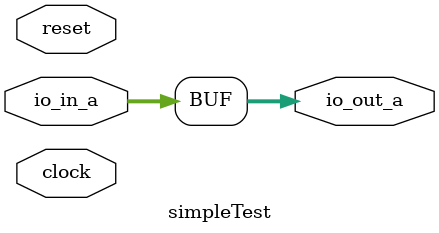
<source format=v>
module simpleTest(
  input        clock,
  input        reset,
  input  [9:0] io_in_a,
  output [9:0] io_out_a
);
  assign io_out_a = io_in_a; // @[DUT.scala 11:12]
endmodule

</source>
